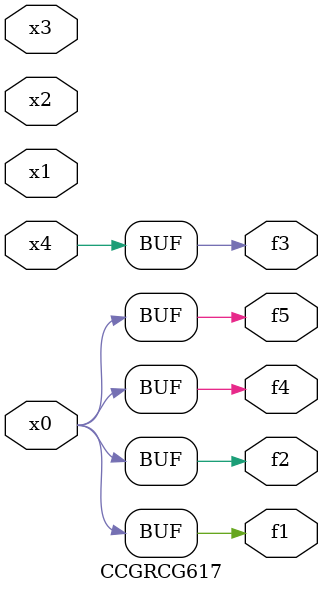
<source format=v>
module CCGRCG617(
	input x0, x1, x2, x3, x4,
	output f1, f2, f3, f4, f5
);
	assign f1 = x0;
	assign f2 = x0;
	assign f3 = x4;
	assign f4 = x0;
	assign f5 = x0;
endmodule

</source>
